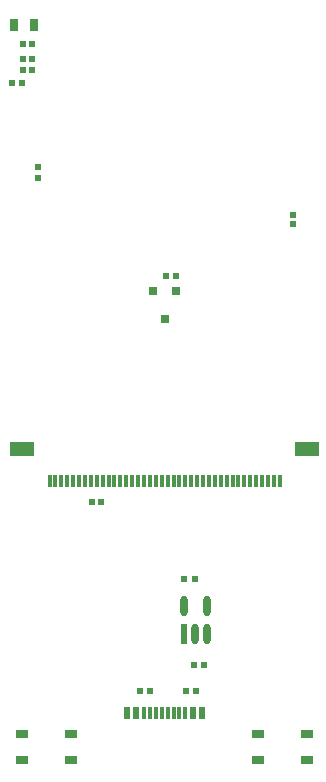
<source format=gtp>
G04*
G04 #@! TF.GenerationSoftware,Altium Limited,Altium Designer,23.1.1 (15)*
G04*
G04 Layer_Color=8421504*
%FSLAX44Y44*%
%MOMM*%
G71*
G04*
G04 #@! TF.SameCoordinates,7295AF94-9057-4BB6-BE4D-2D92AE26B948*
G04*
G04*
G04 #@! TF.FilePolarity,Positive*
G04*
G01*
G75*
G04:AMPARAMS|DCode=15|XSize=0.55mm|YSize=0.5mm|CornerRadius=0.0625mm|HoleSize=0mm|Usage=FLASHONLY|Rotation=90.000|XOffset=0mm|YOffset=0mm|HoleType=Round|Shape=RoundedRectangle|*
%AMROUNDEDRECTD15*
21,1,0.5500,0.3750,0,0,90.0*
21,1,0.4250,0.5000,0,0,90.0*
1,1,0.1250,0.1875,0.2125*
1,1,0.1250,0.1875,-0.2125*
1,1,0.1250,-0.1875,-0.2125*
1,1,0.1250,-0.1875,0.2125*
%
%ADD15ROUNDEDRECTD15*%
%ADD16R,0.6000X0.5500*%
%ADD17R,0.8000X0.8000*%
%ADD18R,0.5600X0.5200*%
%ADD19R,0.6000X1.1400*%
%ADD20R,0.3000X1.1400*%
G04:AMPARAMS|DCode=21|XSize=1.7071mm|YSize=0.6158mm|CornerRadius=0.3079mm|HoleSize=0mm|Usage=FLASHONLY|Rotation=90.000|XOffset=0mm|YOffset=0mm|HoleType=Round|Shape=RoundedRectangle|*
%AMROUNDEDRECTD21*
21,1,1.7071,0.0000,0,0,90.0*
21,1,1.0913,0.6158,0,0,90.0*
1,1,0.6158,0.0000,0.5457*
1,1,0.6158,0.0000,-0.5457*
1,1,0.6158,0.0000,-0.5457*
1,1,0.6158,0.0000,0.5457*
%
%ADD21ROUNDEDRECTD21*%
%ADD22R,0.6158X1.7071*%
%ADD23R,0.3000X1.0000*%
%ADD24R,2.0000X1.3000*%
%ADD25R,0.5800X0.5400*%
%ADD26R,1.0500X0.6500*%
%ADD27R,0.6500X1.0500*%
G04:AMPARAMS|DCode=28|XSize=0.55mm|YSize=0.5mm|CornerRadius=0.0625mm|HoleSize=0mm|Usage=FLASHONLY|Rotation=0.000|XOffset=0mm|YOffset=0mm|HoleType=Round|Shape=RoundedRectangle|*
%AMROUNDEDRECTD28*
21,1,0.5500,0.3750,0,0,0.0*
21,1,0.4250,0.5000,0,0,0.0*
1,1,0.1250,0.2125,-0.1875*
1,1,0.1250,-0.2125,-0.1875*
1,1,0.1250,-0.2125,0.1875*
1,1,0.1250,0.2125,0.1875*
%
%ADD28ROUNDEDRECTD28*%
%ADD29R,0.5400X0.5800*%
D15*
X1041500Y577000D02*
D03*
X1050500D02*
D03*
X1058500Y504000D02*
D03*
X1049500D02*
D03*
X895500Y997000D02*
D03*
X904500D02*
D03*
D16*
X1034250Y833000D02*
D03*
X1025750D02*
D03*
X1003750Y482000D02*
D03*
X1012250D02*
D03*
X1051250D02*
D03*
X1042750D02*
D03*
D17*
X1025000Y797000D02*
D03*
X1015500Y821000D02*
D03*
X1034500D02*
D03*
D18*
X970900Y642000D02*
D03*
X963100D02*
D03*
X912900Y1017000D02*
D03*
X905100D02*
D03*
D19*
X1057000Y463500D02*
D03*
X1049000D02*
D03*
X1001000D02*
D03*
X993000D02*
D03*
D20*
X1042500D02*
D03*
X1037500D02*
D03*
X1032500D02*
D03*
X1027500D02*
D03*
X1007500D02*
D03*
X1012500D02*
D03*
X1017500D02*
D03*
X1022500D02*
D03*
D21*
X1041500Y554069D02*
D03*
X1060500D02*
D03*
Y530058D02*
D03*
X1051000D02*
D03*
D22*
X1041500D02*
D03*
D23*
X1052500Y660250D02*
D03*
X1062500D02*
D03*
X1072500D02*
D03*
X1077500D02*
D03*
X1082500D02*
D03*
X1107500D02*
D03*
X1112500D02*
D03*
X1117500D02*
D03*
X1122500D02*
D03*
X927500D02*
D03*
X932500D02*
D03*
X937500D02*
D03*
X942500D02*
D03*
X947500D02*
D03*
X952500D02*
D03*
X957500D02*
D03*
X962500D02*
D03*
X967500D02*
D03*
X972500D02*
D03*
X977500D02*
D03*
X982500D02*
D03*
X987500D02*
D03*
X992500D02*
D03*
X997500D02*
D03*
X1002500D02*
D03*
X1007500D02*
D03*
X1012500D02*
D03*
X1017500D02*
D03*
X1022500D02*
D03*
X1027500D02*
D03*
X1032500D02*
D03*
X1037500D02*
D03*
X1042500D02*
D03*
X1047500D02*
D03*
X1092500D02*
D03*
X1097500D02*
D03*
X1102500D02*
D03*
X1057500D02*
D03*
X1067500D02*
D03*
X1087500D02*
D03*
D24*
X904500Y687250D02*
D03*
X1145500D02*
D03*
D25*
X912900Y1030000D02*
D03*
X905100D02*
D03*
X905100Y1008000D02*
D03*
X912900D02*
D03*
D26*
X945750Y424000D02*
D03*
X904250D02*
D03*
X945750Y445500D02*
D03*
X904250D02*
D03*
X1145750Y424000D02*
D03*
X1104250D02*
D03*
X1145750Y445500D02*
D03*
X1104250D02*
D03*
D27*
X914500Y1046000D02*
D03*
X897500D02*
D03*
D28*
X918000Y916500D02*
D03*
Y925500D02*
D03*
D29*
X1134000Y877100D02*
D03*
Y884900D02*
D03*
M02*

</source>
